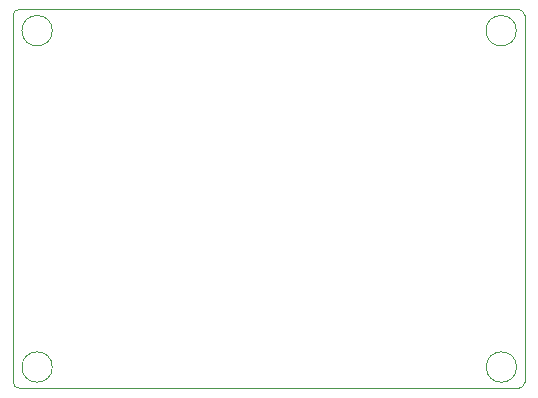
<source format=gm1>
G04 #@! TF.GenerationSoftware,KiCad,Pcbnew,5.1.7-a382d34a8~87~ubuntu20.04.1*
G04 #@! TF.CreationDate,2020-11-09T21:14:28-03:00*
G04 #@! TF.ProjectId,Arduino_Clone,41726475-696e-46f5-9f43-6c6f6e652e6b,1*
G04 #@! TF.SameCoordinates,Original*
G04 #@! TF.FileFunction,Profile,NP*
%FSLAX46Y46*%
G04 Gerber Fmt 4.6, Leading zero omitted, Abs format (unit mm)*
G04 Created by KiCad (PCBNEW 5.1.7-a382d34a8~87~ubuntu20.04.1) date 2020-11-09 21:14:28*
%MOMM*%
%LPD*%
G01*
G04 APERTURE LIST*
G04 #@! TA.AperFunction,Profile*
%ADD10C,0.050000*%
G04 #@! TD*
G04 APERTURE END LIST*
D10*
X120269000Y-45989777D02*
G75*
G03*
X120269000Y-45989777I-1285777J0D01*
G01*
X120284777Y-74469723D02*
G75*
G03*
X120284777Y-74469723I-1285777J0D01*
G01*
X80978277Y-74469723D02*
G75*
G03*
X80978277Y-74469723I-1285777J0D01*
G01*
X80978277Y-45989777D02*
G75*
G03*
X80978277Y-45989777I-1285777J0D01*
G01*
X77660500Y-75755500D02*
X77660500Y-44704000D01*
X120459500Y-76263500D02*
X78168500Y-76263500D01*
X120967500Y-44704000D02*
X120967500Y-75755500D01*
X78168500Y-44196000D02*
X120459500Y-44196000D01*
X120459500Y-44196000D02*
G75*
G02*
X120967500Y-44704000I0J-508000D01*
G01*
X120967500Y-75755500D02*
G75*
G02*
X120459500Y-76263500I-508000J0D01*
G01*
X78168500Y-76263500D02*
G75*
G02*
X77660500Y-75755500I0J508000D01*
G01*
X77660500Y-44704000D02*
G75*
G02*
X78168500Y-44196000I508000J0D01*
G01*
M02*

</source>
